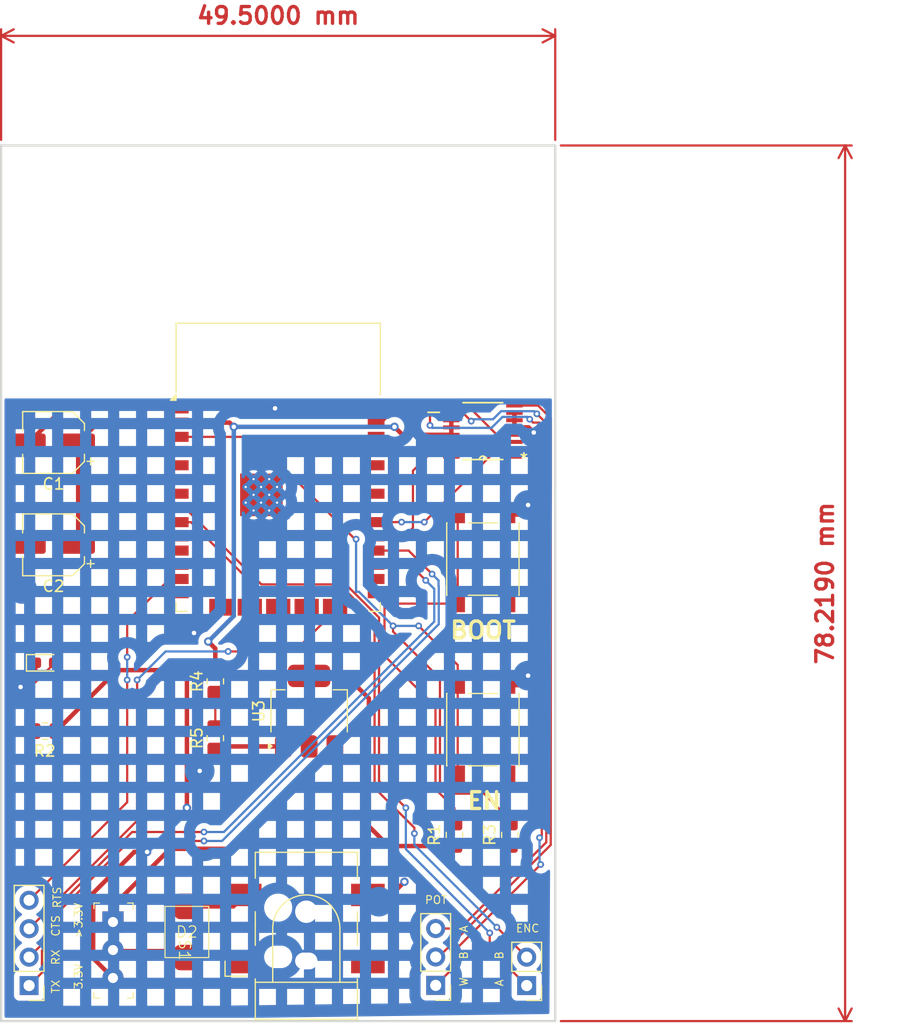
<source format=kicad_pcb>
(kicad_pcb (version 20240108) (generator "pcbnew") (generator_version "8.0")
  (layers (0 "F.Cu" signal) (31 "B.Cu" signal) (34 "B.Paste" user) (35 "F.Paste" user) (36 "B.SilkS" user "B.Silkscreen") (37 "F.SilkS" user "F.Silkscreen") (38 "B.Mask" user) (39 "F.Mask" user) (44 "Edge.Cuts" user))
  (property "project_name" "Digital Potentiometer ESP32 Module")
  (net 0 "")
  (net 1 "/3.3V")
  (net 2 "GND")
  (net 3 "Net-(D1-A)")
  (net 4 "/VIN")
  (net 5 "/RX")
  (net 6 "/CTS")
  (net 7 "/RTS")
  (net 8 "/TX")
  (net 9 "/ENC_A")
  (net 10 "/ENC_B")
  (net 11 "Net-(R4-Pad2)")
  (net 12 "/MOSI")
  (net 17 "/SCLK")
  (net 33 "/CS")
  (net 41 "/POT_WIPER")
  (net 43 "/POT_B")
  (net 44 "/POT_A")
  (net 45 "/J_POS")
  (net 46 "/BOOT")
  (net 47 "/EN")
  (net 48 "Net-(D2-K)")
  (footprint "Capacitor_SMD:CP_Elec_5x5.3" (layer "F.Cu") (at 120.9294 94.742 180)
    (property "Reference" "C2" (at 0 -3.7 0) (layer "F.SilkS"))
    (property "Value" "10uF" (hide yes))
    (pad "1" smd roundrect (at -2.2 0 180) (size 3 1.6) (layers "F.Cu" "F.Paste" "F.Mask") (roundrect_rratio 0.15625) (net 1 "/3.3V"))
    (pad "2" smd roundrect (at 2.2 0 180) (size 3 1.6) (layers "F.Cu" "F.Paste" "F.Mask") (roundrect_rratio 0.15625) (net 2 "GND"))
  )
  (footprint "Resistor_SMD:R_0805_2012Metric_Pad1.20x1.40mm_HandSolder" (layer "F.Cu") (at 135.3794 106.934 -90)
    (property "Reference" "R4" (at 0 1.6484 90) (layer "F.SilkS"))
    (property "Value" "220" (hide yes))
    (pad "1" smd roundrect (at -1 0 270) (size 1.2 1.4) (layers "F.Cu" "F.Paste" "F.Mask") (roundrect_rratio 0.208333) (net 1 "/3.3V"))
    (pad "2" smd roundrect (at 1 0 270) (size 1.2 1.4) (layers "F.Cu" "F.Paste" "F.Mask") (roundrect_rratio 0.208333) (net 11 "Net-(R4-Pad2)"))
  )
  (footprint "Connector_PinHeader_2.54mm:PinHeader_1x03_P2.54mm_Vertical" (layer "F.Cu") (at 155.067 134.097 180)
    (property "Reference" "J4" (hide yes))
    (property "Value" "Conn_01x03_Pin" (hide yes))
    (pad "1" thru_hole rect (at 0 0 180) (size 1.7 1.7) (drill 1) (layers "*.Cu" "*.Mask") (net 41 "/POT_WIPER"))
    (pad "2" thru_hole oval (at 0 2.54 180) (size 1.7 1.7) (drill 1) (layers "*.Cu" "*.Mask") (net 43 "/POT_B"))
    (pad "3" thru_hole oval (at 0 5.08 180) (size 1.7 1.7) (drill 1) (layers "*.Cu" "*.Mask") (net 44 "/POT_A"))
  )
  (footprint "Capacitor_SMD:CP_Elec_5x5.3" (layer "F.Cu") (at 120.9294 85.598 180)
    (property "Reference" "C1" (at 0 -3.7 0) (layer "F.SilkS"))
    (property "Value" "10uF" (hide yes))
    (pad "1" smd roundrect (at -2.2 0 180) (size 3 1.6) (layers "F.Cu" "F.Paste" "F.Mask") (roundrect_rratio 0.15625) (net 1 "/3.3V"))
    (pad "2" smd roundrect (at 2.2 0 180) (size 3 1.6) (layers "F.Cu" "F.Paste" "F.Mask") (roundrect_rratio 0.15625) (net 2 "GND"))
  )
  (footprint "AD5231BRUZ10:SOP65P640X120-16N" (layer "F.Cu") (at 159.2834 84.582 180)
    (property "Reference" "U2" (hide yes))
    (property "Value" "AD5231BRUZ10")
    (fp_text user "*" (at -3.6576 -2.4892 360) (layer "F.SilkS"))
    (pad "1" smd rect (at -2.8194 -2.286 180) (size 1.4732 0.3556) (layers "F.Cu" "F.Paste" "F.Mask"))
    (pad "2" smd rect (at -2.8194 -1.6256 180) (size 1.4732 0.3556) (layers "F.Cu" "F.Paste" "F.Mask") (net 17 "/SCLK"))
    (pad "3" smd rect (at -2.8194 -0.9652 180) (size 1.4732 0.3556) (layers "F.Cu" "F.Paste" "F.Mask") (net 12 "/MOSI"))
    (pad "4" smd rect (at -2.8194 -0.3302 180) (size 1.4732 0.3556) (layers "F.Cu" "F.Paste" "F.Mask"))
    (pad "5" smd rect (at -2.8194 0.3302 180) (size 1.4732 0.3556) (layers "F.Cu" "F.Paste" "F.Mask") (net 2 "GND"))
    (pad "6" smd rect (at -2.8194 0.9652 180) (size 1.4732 0.3556) (layers "F.Cu" "F.Paste" "F.Mask") (net 2 "GND"))
    (pad "7" smd rect (at -2.8194 1.6256 180) (size 1.4732 0.3556) (layers "F.Cu" "F.Paste" "F.Mask") (net 2 "GND"))
    (pad "8" smd rect (at -2.8194 2.286 180) (size 1.4732 0.3556) (layers "F.Cu" "F.Paste" "F.Mask") (net 43 "/POT_B"))
    (pad "9" smd rect (at 2.8194 2.286 180) (size 1.4732 0.3556) (layers "F.Cu" "F.Paste" "F.Mask") (net 41 "/POT_WIPER"))
    (pad "10" smd rect (at 2.8194 1.6256 180) (size 1.4732 0.3556) (layers "F.Cu" "F.Paste" "F.Mask") (net 44 "/POT_A"))
    (pad "11" smd rect (at 2.8194 0.9652 180) (size 1.4732 0.3556) (layers "F.Cu" "F.Paste" "F.Mask") (net 1 "/3.3V"))
    (pad "12" smd rect (at 2.8194 0.3302 180) (size 1.4732 0.3556) (layers "F.Cu" "F.Paste" "F.Mask") (net 1 "/3.3V"))
    (pad "13" smd rect (at 2.8194 -0.3302 180) (size 1.4732 0.3556) (layers "F.Cu" "F.Paste" "F.Mask") (net 1 "/3.3V"))
    (pad "14" smd rect (at 2.8194 -0.9652 180) (size 1.4732 0.3556) (layers "F.Cu" "F.Paste" "F.Mask") (net 33 "/CS"))
    (pad "15" smd rect (at 2.8194 -1.6256 180) (size 1.4732 0.3556) (layers "F.Cu" "F.Paste" "F.Mask"))
    (pad "16" smd rect (at 2.8194 -2.286 180) (size 1.4732 0.3556) (layers "F.Cu" "F.Paste" "F.Mask"))
  )
  (footprint "LED_SMD:LED_0603_1608Metric_Pad1.05x0.95mm_HandSolder" (layer "F.Cu") (at 120.1674 105.283)
    (property "Reference" "D1" (hide yes))
    (property "Value" "LED")
    (pad "1" smd roundrect (at -0.875 0) (size 1.05 0.95) (layers "F.Cu" "F.Paste" "F.Mask") (net 2 "GND"))
    (pad "2" smd roundrect (at 0.875 0) (size 1.05 0.95) (layers "F.Cu" "F.Paste" "F.Mask") (net 3 "Net-(D1-A)"))
  )
  (footprint "Custom:Switch_Slide_8.5x3.5mm" (layer "F.Cu") (at 126.138 130.937 -90)
    (property "Reference" "S1" (at 0 -6.5 -90) (layer "F.SilkS") (effects (font (thickness 0.1))))
    (property "Value" "Slide Switch" (hide yes))
    (pad "1" thru_hole rect (at -2.5 -0.1 270) (size 1.9 1.9) (drill 0.9) (layers "*.Cu" "*.Mask") (net 4 "/VIN"))
    (pad "2" thru_hole circle (at 0 -0.1 270) (size 1.9 1.9) (drill 0.9) (layers "*.Cu" "*.Mask") (net 48 "Net-(D2-K)"))
    (pad "3" thru_hole circle (at 2.5 -0.1 270) (size 1.9 1.9) (drill 0.9) (layers "*.Cu" "*.Mask") (net 1 "/3.3V"))
  )
  (footprint "Package_TO_SOT_SMD:SOT-223-3_TabPin2" (layer "F.Cu") (at 143.7614 109.601 90)
    (property "Reference" "U3" (at 0 -4.5 90) (layer "F.SilkS"))
    (property "Value" "LM317_SOT-223")
    (pad "1" smd roundrect (at -3.15 -2.3 90) (size 2 1.5) (layers "F.Cu" "F.Paste" "F.Mask") (net 2 "GND"))
    (pad "2" smd roundrect (at -3.15 0 90) (size 2 1.5) (layers "F.Cu" "F.Paste" "F.Mask") (net 1 "/3.3V"))
    (pad "2" smd roundrect (at 3.15 0 90) (size 2 3.8) (layers "F.Cu" "F.Paste" "F.Mask") (net 1 "/3.3V"))
    (pad "3" smd roundrect (at -3.15 2.3 90) (size 2 1.5) (layers "F.Cu" "F.Paste" "F.Mask") (net 4 "/VIN"))
  )
  (footprint "Custom:SK55-DO214AA" (layer "F.Cu") (at 132.842 129.54 90)
    (property "Reference" "D2" (at 0.215 0 0) (layer "F.SilkS") (effects (font (thickness 0.1))))
    (property "Value" "D" (hide yes))
    (pad "1" smd roundrect (at -2.07 0 90) (size 2.286 2.32) (layers "F.Cu" "F.Paste" "F.Mask") (net 48 "Net-(D2-K)"))
    (pad "2" smd roundrect (at 2.5 0 90) (size 2.286 2.32) (layers "F.Cu" "F.Paste" "F.Mask") (net 45 "/J_POS"))
  )
  (footprint "Resistor_SMD:R_0805_2012Metric_Pad1.20x1.40mm_HandSolder" (layer "F.Cu") (at 120.1674 111.379 180)
    (property "Reference" "R2" (at 0.0254 -1.778 0) (layer "F.SilkS"))
    (property "Value" "360" (hide yes))
    (pad "1" smd roundrect (at -1 0 180) (size 1.2 1.4) (layers "F.Cu" "F.Paste" "F.Mask") (roundrect_rratio 0.208333) (net 1 "/3.3V"))
    (pad "2" smd roundrect (at 1 0 180) (size 1.2 1.4) (layers "F.Cu" "F.Paste" "F.Mask") (roundrect_rratio 0.208333) (net 3 "Net-(D1-A)"))
  )
  (footprint "Connector_PinHeader_2.54mm:PinHeader_1x04_P2.54mm_Vertical" (layer "F.Cu") (at 118.745 134.112 180)
    (property "Reference" "J2" (hide yes))
    (property "Value" "Conn_01x04_Pin" (hide yes))
    (pad "1" thru_hole rect (at 0 0 180) (size 1.7 1.7) (drill 1) (layers "*.Cu" "*.Mask") (net 8 "/TX"))
    (pad "2" thru_hole oval (at 0 2.54 180) (size 1.7 1.7) (drill 1) (layers "*.Cu" "*.Mask") (net 5 "/RX"))
    (pad "3" thru_hole oval (at 0 5.08 180) (size 1.7 1.7) (drill 1) (layers "*.Cu" "*.Mask") (net 6 "/CTS"))
    (pad "4" thru_hole oval (at 0 7.62 180) (size 1.7 1.7) (drill 1) (layers "*.Cu" "*.Mask") (net 7 "/RTS"))
  )
  (footprint "Resistor_SMD:R_0805_2012Metric_Pad1.20x1.40mm_HandSolder" (layer "F.Cu") (at 156.7434 120.65 -90)
    (property "Reference" "R1" (at 0 1.8034 90) (layer "F.SilkS"))
    (property "Value" "10K" (hide yes))
    (pad "1" smd roundrect (at -1 0 270) (size 1.2 1.4) (layers "F.Cu" "F.Paste" "F.Mask") (roundrect_rratio 0.208333) (net 46 "/BOOT"))
    (pad "2" smd roundrect (at 1 0 270) (size 1.2 1.4) (layers "F.Cu" "F.Paste" "F.Mask") (roundrect_rratio 0.208333) (net 1 "/3.3V"))
  )
  (footprint "RF_Module:ESP32-WROOM-32D" (layer "F.Cu") (at 140.9954 90.805)
    (property "Reference" "U1" (hide yes))
    (property "Value" "ESP32-WROOM-32E")
    (pad "1" smd rect (at -8.75 -8.25) (size 1.5 0.9) (layers "F.Cu" "F.Paste" "F.Mask") (net 2 "GND"))
    (pad "2" smd rect (at -8.75 -6.98) (size 1.5 0.9) (layers "F.Cu" "F.Paste" "F.Mask") (net 1 "/3.3V"))
    (pad "3" smd rect (at -8.75 -5.71) (size 1.5 0.9) (layers "F.Cu" "F.Paste" "F.Mask") (net 47 "/EN"))
    (pad "4" smd rect (at -8.75 -4.44) (size 1.5 0.9) (layers "F.Cu" "F.Paste" "F.Mask"))
    (pad "5" smd rect (at -8.75 -3.17) (size 1.5 0.9) (layers "F.Cu" "F.Paste" "F.Mask"))
    (pad "6" smd rect (at -8.75 -1.9) (size 1.5 0.9) (layers "F.Cu" "F.Paste" "F.Mask"))
    (pad "7" smd rect (at -8.75 -0.63) (size 1.5 0.9) (layers "F.Cu" "F.Paste" "F.Mask"))
    (pad "8" smd rect (at -8.75 0.64) (size 1.5 0.9) (layers "F.Cu" "F.Paste" "F.Mask") (net 9 "/ENC_A"))
    (pad "9" smd rect (at -8.75 1.91) (size 1.5 0.9) (layers "F.Cu" "F.Paste" "F.Mask") (net 10 "/ENC_B"))
    (pad "10" smd rect (at -8.75 3.18) (size 1.5 0.9) (layers "F.Cu" "F.Paste" "F.Mask"))
    (pad "11" smd rect (at -8.75 4.45) (size 1.5 0.9) (layers "F.Cu" "F.Paste" "F.Mask"))
    (pad "12" smd rect (at -8.75 5.72) (size 1.5 0.9) (layers "F.Cu" "F.Paste" "F.Mask"))
    (pad "13" smd rect (at -8.75 6.99) (size 1.5 0.9) (layers "F.Cu" "F.Paste" "F.Mask") (net 7 "/RTS"))
    (pad "14" smd rect (at -8.75 8.26) (size 1.5 0.9) (layers "F.Cu" "F.Paste" "F.Mask"))
    (pad "15" smd rect (at -5.71 9.51 90) (size 1.5 0.9) (layers "F.Cu" "F.Paste" "F.Mask") (net 2 "GND"))
    (pad "16" smd rect (at -4.44 9.51 90) (size 1.5 0.9) (layers "F.Cu" "F.Paste" "F.Mask"))
    (pad "17" smd rect (at -3.17 9.51 90) (size 1.5 0.9) (layers "F.Cu" "F.Paste" "F.Mask"))
    (pad "18" smd rect (at -1.9 9.51 90) (size 1.5 0.9) (layers "F.Cu" "F.Paste" "F.Mask"))
    (pad "19" smd rect (at -0.63 9.51 90) (size 1.5 0.9) (layers "F.Cu" "F.Paste" "F.Mask"))
    (pad "20" smd rect (at 0.64 9.51 90) (size 1.5 0.9) (layers "F.Cu" "F.Paste" "F.Mask"))
    (pad "21" smd rect (at 1.91 9.51 90) (size 1.5 0.9) (layers "F.Cu" "F.Paste" "F.Mask"))
    (pad "22" smd rect (at 3.18 9.51 90) (size 1.5 0.9) (layers "F.Cu" "F.Paste" "F.Mask"))
    (pad "23" smd rect (at 4.45 9.51 90) (size 1.5 0.9) (layers "F.Cu" "F.Paste" "F.Mask") (net 6 "/CTS"))
    (pad "24" smd rect (at 5.72 9.51 90) (size 1.5 0.9) (layers "F.Cu" "F.Paste" "F.Mask"))
    (pad "25" smd rect (at 8.75 8.26) (size 1.5 0.9) (layers "F.Cu" "F.Paste" "F.Mask") (net 46 "/BOOT"))
    (pad "26" smd rect (at 8.75 6.99) (size 1.5 0.9) (layers "F.Cu" "F.Paste" "F.Mask"))
    (pad "27" smd rect (at 8.75 5.72) (size 1.5 0.9) (layers "F.Cu" "F.Paste" "F.Mask") (net 5 "/RX"))
    (pad "28" smd rect (at 8.75 4.45) (size 1.5 0.9) (layers "F.Cu" "F.Paste" "F.Mask") (net 8 "/TX"))
    (pad "29" smd rect (at 8.75 3.18) (size 1.5 0.9) (layers "F.Cu" "F.Paste" "F.Mask") (net 33 "/CS"))
    (pad "30" smd rect (at 8.75 1.91) (size 1.5 0.9) (layers "F.Cu" "F.Paste" "F.Mask") (net 17 "/SCLK"))
    (pad "31" smd rect (at 8.75 0.64) (size 1.5 0.9) (layers "F.Cu" "F.Paste" "F.Mask"))
    (pad "32" smd rect (at 8.75 -0.63) (size 1.5 0.9) (layers "F.Cu" "F.Paste" "F.Mask"))
    (pad "33" smd rect (at 8.75 -1.9) (size 1.5 0.9) (layers "F.Cu" "F.Paste" "F.Mask"))
    (pad "34" smd rect (at 8.75 -3.17) (size 1.5 0.9) (layers "F.Cu" "F.Paste" "F.Mask"))
    (pad "35" smd rect (at 8.75 -4.44) (size 1.5 0.9) (layers "F.Cu" "F.Paste" "F.Mask"))
    (pad "36" smd rect (at 8.75 -5.71) (size 1.5 0.9) (layers "F.Cu" "F.Paste" "F.Mask"))
    (pad "37" smd rect (at 8.75 -6.98) (size 1.5 0.9) (layers "F.Cu" "F.Paste" "F.Mask") (net 12 "/MOSI"))
    (pad "38" smd rect (at 8.75 -8.25) (size 1.5 0.9) (layers "F.Cu" "F.Paste" "F.Mask") (net 2 "GND"))
    (pad "39" smd rect (at -2.9 -1.93) (size 0.9 0.9) (layers "F.Cu" "F.Paste") (net 2 "GND"))
    (pad "39" thru_hole circle (at -2.9 -1.23) (size 0.6 0.6) (drill 0.2) (property pad_prop_heatsink) (layers "*.Cu" "F.Mask") (net 2 "GND"))
    (pad "39" smd rect (at -2.9 -0.53) (size 0.9 0.9) (layers "F.Cu" "F.Paste") (net 2 "GND"))
    (pad "39" thru_hole circle (at -2.9 0.17) (size 0.6 0.6) (drill 0.2) (property pad_prop_heatsink) (layers "*.Cu" "F.Mask") (net 2 "GND"))
    (pad "39" smd rect (at -2.9 0.87) (size 0.9 0.9) (layers "F.Cu" "F.Paste") (net 2 "GND"))
    (pad "39" thru_hole circle (at -2.2 -1.93) (size 0.6 0.6) (drill 0.2) (property pad_prop_heatsink) (layers "*.Cu" "F.Mask") (net 2 "GND"))
    (pad "39" thru_hole circle (at -2.2 -0.53) (size 0.6 0.6) (drill 0.2) (property pad_prop_heatsink) (layers "*.Cu" "F.Mask") (net 2 "GND"))
    (pad "39" thru_hole circle (at -2.2 0.87) (size 0.6 0.6) (drill 0.2) (property pad_prop_heatsink) (layers "*.Cu" "F.Mask") (net 2 "GND"))
    (pad "39" thru_hole circle (at -1.525 -1.23) (size 0.6 0.6) (drill 0.2) (property pad_prop_heatsink) (layers "*.Cu" "F.Mask") (net 2 "GND"))
    (pad "39" thru_hole circle (at -1.525 0.17) (size 0.6 0.6) (drill 0.2) (property pad_prop_heatsink) (layers "*.Cu" "F.Mask") (net 2 "GND"))
    (pad "39" smd rect (at -1.5 -1.93) (size 0.9 0.9) (layers "F.Cu" "F.Paste") (net 2 "GND"))
    (pad "39" smd rect (at -1.5 -0.53) (size 0.9 0.9) (layers "F.Cu" "F.Paste") (net 2 "GND"))
    (pad "39" smd rect (at -1.5 -0.53) (size 3.8 3.8) (layers "F.Cu" "F.Mask") (net 2 "GND"))
    (pad "39" smd rect (at -1.5 0.87) (size 0.9 0.9) (layers "F.Cu" "F.Paste") (net 2 "GND"))
    (pad "39" thru_hole circle (at -0.8 -1.93) (size 0.6 0.6) (drill 0.2) (property pad_prop_heatsink) (layers "*.Cu" "F.Mask") (net 2 "GND"))
    (pad "39" thru_hole circle (at -0.8 -0.53) (size 0.6 0.6) (drill 0.2) (property pad_prop_heatsink) (layers "*.Cu" "F.Mask") (net 2 "GND"))
    (pad "39" thru_hole circle (at -0.8 0.87) (size 0.6 0.6) (drill 0.2) (property pad_prop_heatsink) (layers "*.Cu" "F.Mask") (net 2 "GND"))
    (pad "39" smd rect (at -0.1 -1.93) (size 0.9 0.9) (layers "F.Cu" "F.Paste") (net 2 "GND"))
    (pad "39" thru_hole circle (at -0.1 -1.23) (size 0.6 0.6) (drill 0.2) (property pad_prop_heatsink) (layers "*.Cu" "F.Mask") (net 2 "GND"))
    (pad "39" smd rect (at -0.1 -0.53) (size 0.9 0.9) (layers "F.Cu" "F.Paste") (net 2 "GND"))
    (pad "39" thru_hole circle (at -0.1 0.17) (size 0.6 0.6) (drill 0.2) (property pad_prop_heatsink) (layers "*.Cu" "F.Mask") (net 2 "GND"))
    (pad "39" smd rect (at -0.1 0.87) (size 0.9 0.9) (layers "F.Cu" "F.Paste") (net 2 "GND"))
    (zone (net 0) (net_name "") (layers "*.Cu") (connect_pads (clearance 0)) (min_thickness 0.254)
      (keepout (tracks not_allowed) (vias not_allowed) (pads not_allowed) (copperpour not_allowed) (footprints not_allowed))
      (fill (thermal_gap 0.508) (thermal_bridge_width 0.508))
      (polygon (pts (xy 116.9954 81.255) (xy 164.9954 81.255) (xy 164.9954 60.065) (xy 116.9954 60.065)))
    )
  )
  (footprint "Button_Switch_SMD:SW_SPST_PTS645" (layer "F.Cu") (at 159.2834 96.012 -90)
    (property "Reference" "SW2" (hide yes))
    (property "Value" "SW_SPST" (hide yes))
    (pad "1" smd rect (at -3.98 -2.25 270) (size 1.55 1.3) (layers "F.Cu" "F.Paste" "F.Mask") (net 2 "GND"))
    (pad "1" smd rect (at 3.98 -2.25 270) (size 1.55 1.3) (layers "F.Cu" "F.Paste" "F.Mask") (net 2 "GND"))
    (pad "2" smd rect (at -3.98 2.25 270) (size 1.55 1.3) (layers "F.Cu" "F.Paste" "F.Mask") (net 46 "/BOOT"))
    (pad "2" smd rect (at 3.98 2.25 270) (size 1.55 1.3) (layers "F.Cu" "F.Paste" "F.Mask") (net 46 "/BOOT"))
  )
  (footprint "Connector_PinHeader_2.54mm:PinHeader_1x02_P2.54mm_Vertical" (layer "F.Cu") (at 163.195 134.112 180)
    (property "Reference" "J3" (hide yes))
    (property "Value" "Conn_01x02_Pin" (hide yes))
    (pad "1" thru_hole rect (at 0 0 180) (size 1.7 1.7) (drill 1) (layers "*.Cu" "*.Mask") (net 9 "/ENC_A"))
    (pad "2" thru_hole oval (at 0 2.54 180) (size 1.7 1.7) (drill 1) (layers "*.Cu" "*.Mask") (net 10 "/ENC_B"))
  )
  (footprint "Button_Switch_SMD:SW_SPST_PTS645" (layer "F.Cu") (at 159.2834 111.252 90)
    (property "Reference" "SW1" (hide yes))
    (property "Value" "SW_SPST" (hide yes))
    (pad "1" smd rect (at -3.98 -2.25 90) (size 1.55 1.3) (layers "F.Cu" "F.Paste" "F.Mask") (net 47 "/EN"))
    (pad "1" smd rect (at 3.98 -2.25 90) (size 1.55 1.3) (layers "F.Cu" "F.Paste" "F.Mask") (net 47 "/EN"))
    (pad "2" smd rect (at -3.98 2.25 90) (size 1.55 1.3) (layers "F.Cu" "F.Paste" "F.Mask") (net 2 "GND"))
    (pad "2" smd rect (at 3.98 2.25 90) (size 1.55 1.3) (layers "F.Cu" "F.Paste" "F.Mask") (net 2 "GND"))
  )
  (footprint "Connector_BarrelJack:BarrelJack_CLIFF_FC681465S_SMT_Horizontal" (layer "F.Cu") (at 143.51 129.017 90)
    (property "Reference" "J1" (hide yes))
    (property "Value" "Barrel_Jack (>5V)" (hide yes))
    (pad "" np_thru_hole oval (at -2.9 0 180) (size 2 1.5) (drill oval 2 1.5) (layers "*.Cu" "*.Mask"))
    (pad "" np_thru_hole circle (at 1.5 0 180) (size 2 2) (drill 2) (layers "*.Cu" "*.Mask"))
    (pad "1" smd rect (at -3 -5.5 180) (size 3 2) (layers "F.Cu" "F.Paste" "F.Mask") (net 45 "/J_POS"))
    (pad "1" smd rect (at 3 -5.5 180) (size 3 2) (layers "F.Cu" "F.Paste" "F.Mask") (net 45 "/J_POS"))
    (pad "2" smd rect (at 3 5.5 180) (size 3 2) (layers "F.Cu" "F.Paste" "F.Mask") (net 2 "GND"))
    (pad "3" smd rect (at -3 5.5 180) (size 3 2) (layers "F.Cu" "F.Paste" "F.Mask"))
  )
  (footprint "Resistor_SMD:R_0805_2012Metric_Pad1.20x1.40mm_HandSolder" (layer "F.Cu") (at 161.6964 120.65 90)
    (property "Reference" "R3" (at 0 -1.8034 90) (layer "F.SilkS"))
    (property "Value" "10K" (hide yes))
    (pad "1" smd roundrect (at -1 0 90) (size 1.2 1.4) (layers "F.Cu" "F.Paste" "F.Mask") (roundrect_rratio 0.208333) (net 1 "/3.3V"))
    (pad "2" smd roundrect (at 1 0 90) (size 1.2 1.4) (layers "F.Cu" "F.Paste" "F.Mask") (roundrect_rratio 0.208333) (net 47 "/EN"))
  )
  (footprint "Resistor_SMD:R_0805_2012Metric_Pad1.20x1.40mm_HandSolder" (layer "F.Cu") (at 135.3794 112.014 90)
    (property "Reference" "R5" (at 0 -1.65 90) (layer "F.SilkS"))
    (property "Value" "360" (hide yes))
    (pad "1" smd roundrect (at -1 0 90) (size 1.2 1.4) (layers "F.Cu" "F.Paste" "F.Mask") (roundrect_rratio 0.208333) (net 2 "GND"))
    (pad "2" smd roundrect (at 1 0 90) (size 1.2 1.4) (layers "F.Cu" "F.Paste" "F.Mask") (roundrect_rratio 0.208333) (net 11 "Net-(R4-Pad2)"))
  )
  (gr_rect (start 116.2454 59.068) (end 165.7454 137.287) (stroke (width 0.2)) (fill none) (layer "Edge.Cuts"))
  (gr_text "RX" (at 121.539 132.334 90) (layer "F.SilkS") (effects (font (size 0.7 0.7) (thickness 0.1)) (justify left bottom)))
  (gr_text "A" (at 157.988 129.413 90) (layer "F.SilkS") (effects (font (size 0.7 0.7) (thickness 0.1)) (justify left bottom)))
  (gr_text "EN" (at 157.734 118.491 0) (layer "F.SilkS") (effects (font (size 1.5 1.5) (thickness 0.3) (bold yes)) (justify left bottom)))
  (gr_text "POT" (at 154.051 126.873 0) (layer "F.SilkS") (effects (font (size 0.7 0.7) (thickness 0.1)) (justify left bottom)))
  (gr_text "B" (at 161.163 131.826 90) (layer "F.SilkS") (effects (font (size 0.7 0.7) (thickness 0.1)) (justify left bottom)))
  (gr_text ">3.3V" (at 123.571 129.921 90) (layer "F.SilkS") (effects (font (size 0.7 0.7) (thickness 0.1)) (justify left bottom)))
  (gr_text "RTS" (at 121.666 127.254 90) (layer "F.SilkS") (effects (font (size 0.7 0.7) (thickness 0.1)) (justify left bottom)))
  (gr_text "W" (at 157.988 134.239 90) (layer "F.SilkS") (effects (font (size 0.7 0.7) (thickness 0.1)) (justify left bottom)))
  (gr_text "3.3V" (at 123.571 134.493 90) (layer "F.SilkS") (effects (font (size 0.7 0.7) (thickness 0.1)) (justify left bottom)))
  (gr_text "A" (at 161.163 134.239 90) (layer "F.SilkS") (effects (font (size 0.7 0.7) (thickness 0.1)) (justify left bottom)))
  (gr_text "ENC" (at 162.179 129.413 0) (layer "F.SilkS") (effects (font (size 0.7 0.7) (thickness 0.1)) (justify left bottom)))
  (gr_text "TX" (at 121.539 134.874 90) (layer "F.SilkS") (effects (font (size 0.7 0.7) (thickness 0.1)) (justify left bottom)))
  (gr_text "BOOT" (at 156.21 103.251 0) (layer "F.SilkS") (effects (font (size 1.5 1.5) (thickness 0.3) (bold yes)) (justify left bottom)))
  (gr_text "B" (at 157.988 131.826 90) (layer "F.SilkS") (effects (font (size 0.7 0.7) (thickness 0.1)) (justify left bottom)))
  (gr_text "CTS" (at 121.539 129.794 90) (layer "F.SilkS") (effects (font (size 0.7 0.7) (thickness 0.1)) (justify left bottom)))
  (dimension (type aligned) (layer "F.Cu") (pts (xy 165.7454 59.068) (xy 165.7454 137.287)) (height -25.8976) (gr_text "78,2190 mm" (at 189.843 98.1775 90) (layer "F.Cu") (effects (font (size 1.5 1.5) (thickness 0.3)))) (format (prefix "") (suffix "") (units 3) (units_format 1) (precision 4)) (style (thickness 0.2) (arrow_length 1.27) (text_position_mode 0) (extension_height 0.58642) (extension_offset 0.5) keep_text_aligned))
  (dimension (type aligned) (layer "F.Cu") (pts (xy 116.2454 59.068) (xy 165.7454 59.068)) (height -9.792) (gr_text "49,5000 mm" (at 140.9954 47.476 0) (layer "F.Cu") (effects (font (size 1.5 1.5) (thickness 0.3)))) (format (prefix "") (suffix "") (units 3) (units_format 1) (precision 4)) (style (thickness 0.2) (arrow_length 1.27) (text_position_mode 0) (extension_height 0.58642) (extension_offset 0.5) keep_text_aligned))
  (segment (start 137.379294 116.967) (end 137.859847 116.486447) (width 0.2) (layer "F.Cu") (net 0))
  (segment (start 143.7614 106.451) (end 143.7614 112.751) (width 0.4) (layer "F.Cu") (net 1))
  (segment (start 128.143 122.174) (end 128.905 122.174) (width 0.4) (layer "F.Cu") (net 1))
  (segment (start 137.033 84.201) (end 136.657 83.825) (width 0.4) (layer "F.Cu") (net 1))
  (segment (start 123.1294 85.598) (end 124.9024 83.825) (width 0.4) (layer "F.Cu") (net 1))
  (segment (start 126.6124 105.934) (end 121.1674 111.379) (width 0.4) (layer "F.Cu") (net 1))
  (segment (start 147.091 106.451) (end 149.098 108.458) (width 0.4) (layer "F.Cu") (net 1))
  (segment (start 156.464 84.9122) (end 152.0952 84.9122) (width 0.4) (layer "F.Cu") (net 1))
  (segment (start 135.3794 104.0104) (end 134.747 103.378) (width 0.4) (layer "F.Cu") (net 1))
  (segment (start 124.468 125.849) (end 124.468 131.667) (width 0.4) (layer "F.Cu") (net 1))
  (segment (start 136.657 83.825) (end 132.2454 83.825) (width 0.4) (layer "F.Cu") (net 1))
  (segment (start 124.468 131.667) (end 126.238 133.437) (width 0.4) (layer "F.Cu") (net 1))
  (segment (start 128.143 122.174) (end 124.468 125.849) (width 0.4) (layer "F.Cu") (net 1))
  (segment (start 124.9024 83.825) (end 132.2454 83.825) (width 0.4) (layer "F.Cu") (net 1))
  (segment (start 143.7614 106.451) (end 135.8964 106.451) (width 0.4) (layer "F.Cu") (net 1))
  (segment (start 156.7434 121.65) (end 161.6964 121.65) (width 0.4) (layer "F.Cu") (net 1))
  (segment (start 123.1294 85.598) (end 123.1294 94.742) (width 0.4) (layer "F.Cu") (net 1))
  (segment (start 135.3794 105.934) (end 132.842 105.934) (width 0.4) (layer "F.Cu") (net 1))
  (segment (start 135.3794 105.934) (end 135.3794 104.0104) (width 0.4) (layer "F.Cu") (net 1))
  (segment (start 149.098 108.458) (end 149.098 119.888) (width 0.4) (layer "F.Cu") (net 1))
  (segment (start 150.86 121.65) (end 156.7434 121.65) (width 0.4) (layer "F.Cu") (net 1))
  (segment (start 156.464 84.2518) (end 156.464 84.9122) (width 0.4) (layer "F.Cu") (net 1))
  (segment (start 132.842 105.934) (end 126.6124 105.934) (width 0.4) (layer "F.Cu") (net 1))
  (segment (start 128.905 122.174) (end 129.286 122.174) (width 0.4) (layer "F.Cu") (net 1))
  (segment (start 149.098 119.888) (end 150.86 121.65) (width 0.4) (layer "F.Cu") (net 1))
  (segment (start 132.842 118.237) (end 132.842 105.934) (width 0.4) (layer "F.Cu") (net 1))
  (segment (start 156.464 83.6168) (end 156.464 84.2518) (width 0.4) (layer "F.Cu") (net 1))
  (segment (start 152.0952 84.9122) (end 151.384 84.201) (width 0.4) (layer "F.Cu") (net 1))
  (segment (start 143.7614 106.451) (end 147.091 106.451) (width 0.4) (layer "F.Cu") (net 1))
  (segment (start 135.8964 106.451) (end 135.3794 105.934) (width 0.4) (layer "F.Cu") (net 1))
  (via (at 129.286 122.174) (size 0.75) (drill 0.4) (layers "F.Cu" "B.Cu") (net 1))
  (via (at 151.384 84.201) (size 0.75) (drill 0.4) (layers "F.Cu" "B.Cu") (net 1))
  (via (at 134.747 103.378) (size 0.75) (drill 0.4) (layers "F.Cu" "B.Cu") (net 1))
  (via (at 137.033 84.201) (size 0.75) (drill 0.4) (layers "F.Cu" "B.Cu") (net 1))
  (via (at 132.842 118.237) (size 0.75) (drill 0.4) (layers "F.Cu" "B.Cu") (net 1))
  (segment (start 151.384 84.201) (end 137.033 84.201) (width 0.4) (layer "B.Cu") (net 1))
  (segment (start 134.747 103.378) (end 137.033 101.092) (width 0.4) (layer "B.Cu") (net 1))
  (segment (start 132.842 118.618) (end 129.286 122.174) (width 0.4) (layer "B.Cu") (net 1))
  (segment (start 137.033 101.092) (end 137.033 84.201) (width 0.4) (layer "B.Cu") (net 1))
  (segment (start 132.842 118.237) (end 132.842 118.618) (width 0.4) (layer "B.Cu") (net 1))
  (segment (start 132.2454 82.555) (end 140.711 82.555) (width 0.4) (layer "F.Cu") (net 2))
  (segment (start 135.2854 100.8076) (end 133.477 102.616) (width 0.4) (layer "F.Cu") (net 2))
  (segment (start 163.322 106.426) (end 162.476 107.272) (width 0.4) (layer "F.Cu") (net 2))
  (segment (start 118.7294 85.598) (end 118.7294 94.742) (width 0.4) (layer "F.Cu") (net 2))
  (segment (start 149.01 126.017) (end 151.097 126.017) (width 0.4) (layer "F.Cu") (net 2))
  (segment (start 140.721 82.555) (end 149.7454 82.555) (width 0.4) (layer "F.Cu") (net 2))
  (segment (start 162.476 107.272) (end 161.5334 107.272) (width 0.4) (layer "F.Cu") (net 2))
  (segment (start 162.1028 83.6168) (end 162.1028 84.2518) (width 0.4) (layer "F.Cu") (net 2))
  (segment (start 163.3728 84.2518) (end 162.1028 84.2518) (width 0.4) (layer "F.Cu") (net 2))
  (segment (start 140.711 82.555) (end 140.716 82.55) (width 0.4) (layer "F.Cu") (net 2))
  (segment (start 135.3794 113.014) (end 135.3794 113.5406) (width 0.4) (layer "F.Cu") (net 2))
  (segment (start 163.83 84.709) (end 163.3728 84.2518) (width 0.4) (layer "F.Cu") (net 2))
  (segment (start 119.2924 106.1326) (end 117.983 107.442) (width 0.4) (layer "F.Cu") (net 2))
  (segment (start 162.1028 82.9564) (end 162.1028 83.6168) (width 0.4) (layer "F.Cu") (net 2))
  (segment (start 162.476 92.032) (end 161.5334 92.032) (width 0.4) (layer "F.Cu") (net 2))
  (segment (start 118.7294 85.598) (end 121.7724 82.555) (width 0.4) (layer "F.Cu") (net 2))
  (segment (start 151.097 126.017) (end 152.273 124.841) (width 0.4) (layer "F.Cu") (net 2))
  (segment (start 135.3794 113.5406) (end 133.985 114.935) (width 0.4) (layer "F.Cu") (net 2))
  (segment (start 161.5334 99.992) (end 161.5334 92.032) (width 0.4) (layer "F.Cu") (net 2))
  (segment (start 140.716 82.55) (end 140.721 82.555) (width 0.4) (layer "F.Cu") (net 2))
  (segment (start 141.4614 112.751) (end 135.6424 112.751) (width 0.4) (layer "F.Cu") (net 2))
  (segment (start 119.2924 105.283) (end 119.2924 106.1326) (width 0.4) (layer "F.Cu") (net 2))
  (segment (start 161.5334 115.232) (end 161.5334 107.272) (width 0.4) (layer "F.Cu") (net 2))
  (segment (start 163.322 91.186) (end 162.476 92.032) (width 0.4) (layer "F.Cu") (net 2))
  (segment (start 149.019 125.651) (end 149.987 126.619) (width 0.4) (layer "F.Cu") (net 2))
  (segment (start 135.2854 100.315) (end 135.2854 100.8076) (width 0.4) (layer "F.Cu") (net 2))
  (segment (start 135.6424 112.751) (end 135.3794 113.014) (width 0.4) (layer "F.Cu") (net 2))
  (segment (start 121.7724 82.555) (end 132.2454 82.555) (width 0.4) (layer "F.Cu") (net 2))
  (via (at 117.983 107.442) (size 0.75) (drill 0.4) (layers "F.Cu" "B.Cu") (net 2))
  (via (at 133.985 114.935) (size 0.75) (drill 0.4) (layers "F.Cu" "B.Cu") (net 2))
  (via (at 133.477 102.616) (size 0.75) (drill 0.4) (layers "F.Cu" "B.Cu") (net 2))
  (via (at 140.716 82.55) (size 0.75) (drill 0.4) (layers "F.Cu" "B.Cu") (net 2))
  (via (at 163.322 91.186) (size 0.75) (drill 0.4) (layers "F.Cu" "B.Cu") (net 2))
  (via (at 163.83 84.709) (size 0.75) (drill 0.4) (layers "F.Cu" "B.Cu") (net 2))
  (via (at 152.273 124.841) (size 0.75) (drill 0.4) (layers "F.Cu" "B.Cu") (net 2))
  (via (at 163.322 106.426) (size 0.75) (drill 0.4) (layers "F.Cu" "B.Cu") (net 2))
  (segment (start 119.1674 107.158) (end 121.0424 105.283) (width 0.2) (layer "F.Cu") (net 3))
  (segment (start 119.1674 111.379) (end 119.1674 107.158) (width 0.2) (layer "F.Cu") (net 3))
  (segment (start 126.238 127) (end 131.341997 121.896003) (width 0.4) (layer "F.Cu") (net 4))
  (segment (start 131.341997 121.896003) (end 136.916397 121.896003) (width 0.4) (layer "F.Cu") (net 4))
  (segment (start 126.238 128.437) (end 126.238 127) (width 0.4) (layer "F.Cu") (net 4))
  (segment (start 146.0614 113.562) (end 146.0614 112.751) (width 0.4) (layer "F.Cu") (net 4))
  (segment (start 136.916397 121.896003) (end 146.0614 112.751) (width 0.4) (layer "F.Cu") (net 4))
  (segment (start 120.396 129.921) (end 120.396 127.946686) (width 0.2) (layer "F.Cu") (net 5))
  (segment (start 154.178 97.917) (end 152.786 96.525) (width 0.2) (layer "F.Cu") (net 5))
  (segment (start 127.946686 120.396) (end 134.366 120.396) (width 0.2) (layer "F.Cu") (net 5))
  (segment (start 120.396 127.946686) (end 127.946686 120.396) (width 0.2) (layer "F.Cu") (net 5))
  (segment (start 152.786 96.525) (end 149.7454 96.525) (width 0.2) (layer "F.Cu") (net 5))
  (segment (start 118.745 131.572) (end 120.396 129.921) (width 0.2) (layer "F.Cu") (net 5))
  (via (at 154.178 97.917) (size 0.6) (drill 0.3) (layers "F.Cu" "B.Cu") (net 5))
  (via (at 134.366 120.396) (size 0.6) (drill 0.3) (layers "F.Cu" "B.Cu") (net 5))
  (segment (start 154.94 101.6) (end 154.94 98.679) (width 0.2) (layer "B.Cu") (net 5))
  (segment (start 134.366 120.396) (end 136.144 120.396) (width 0.2) (layer "B.Cu") (net 5))
  (segment (start 154.94 98.679) (end 154.178 97.917) (width 0.2) (layer "B.Cu") (net 5))
  (segment (start 136.144 120.396) (end 154.94 101.6) (width 0.2) (layer "B.Cu") (net 5))
  (segment (start 128.397 119.38) (end 128.397 106.807) (width 0.2) (layer "F.Cu") (net 6))
  (segment (start 136.525 104.267) (end 142.4434 104.267) (width 0.2) (layer "F.Cu") (net 6))
  (segment (start 145.4454 101.265) (end 145.4454 100.315) (width 0.2) (layer "F.Cu") (net 6))
  (segment (start 118.745 129.032) (end 128.397 119.38) (width 0.2) (layer "F.Cu") (net 6))
  (segment (start 142.4434 104.267) (end 145.4454 101.265) (width 0.2) (layer "F.Cu") (net 6))
  (via (at 128.397 106.807) (size 0.6) (drill 0.3) (layers "F.Cu" "B.Cu") (net 6))
  (via (at 136.525 104.267) (size 0.6) (drill 0.3) (layers "F.Cu" "B.Cu") (net 6))
  (segment (start 128.397 106.807) (end 130.937 104.267) (width 0.2) (layer "B.Cu") (net 6))
  (segment (start 130.937 104.267) (end 136.525 104.267) (width 0.2) (layer "B.Cu") (net 6))
  (segment (start 131.2954 97.795) (end 132.2454 97.795) (width 0.2) (layer "F.Cu") (net 7))
  (segment (start 127.508 101.5824) (end 131.2954 97.795) (width 0.2) (layer "F.Cu") (net 7))
  (segment (start 127.508 104.775) (end 127.508 101.5824) (width 0.2) (layer "F.Cu") (net 7))
  (segment (start 127.508 117.729) (end 127.508 106.807) (width 0.2) (layer "F.Cu") (net 7))
  (segment (start 118.745 126.492) (end 127.508 117.729) (width 0.2) (layer "F.Cu") (net 7))
  (via (at 127.508 104.775) (size 0.6) (drill 0.3) (layers "F.Cu" "B.Cu") (net 7))
  (via (at 127.508 106.807) (size 0.6) (drill 0.3) (layers "F.Cu" "B.Cu") (net 7))
  (segment (start 127.508 106.807) (end 127.508 104.775) (width 0.2) (layer "B.Cu") (net 7))
  (segment (start 119.888 130.994686) (end 120.796 130.086686) (width 0.2) (layer "F.Cu") (net 8))
  (segment (start 154.743687 97.351313) (end 152.647374 95.255) (width 0.2) (layer "F.Cu") (net 8))
  (segment (start 130.302 121.158) (end 130.340003 121.196003) (width 0.2) (layer "F.Cu") (net 8))
  (segment (start 119.888 131.04167) (end 119.888 130.994686) (width 0.2) (layer "F.Cu") (net 8))
  (segment (start 119.895 131.04867) (end 119.888 131.04167) (width 0.2) (layer "F.Cu") (net 8))
  (segment (start 127.750372 121.158) (end 130.302 121.158) (width 0.2) (layer "F.Cu") (net 8))
  (segment (start 119.895 132.048346) (end 119.895 131.04867) (width 0.2) (layer "F.Cu") (net 8))
  (segment (start 152.647374 95.255) (end 149.7454 95.255) (width 0.2) (layer "F.Cu") (net 8))
  (segment (start 119.888 132.969) (end 119.888 132.055346) (width 0.2) (layer "F.Cu") (net 8))
  (segment (start 119.888 132.055346) (end 119.895 132.048346) (width 0.2) (layer "F.Cu") (net 8))
  (segment (start 118.745 134.112) (end 119.888 132.969) (width 0.2) (layer "F.Cu") (net 8))
  (segment (start 120.796 128.112372) (end 127.750372 121.158) (width 0.2) (layer "F.Cu") (net 8))
  (segment (start 130.340003 121.196003) (end 134.366 121.196003) (width 0.2) (layer "F.Cu") (net 8))
  (segment (start 120.796 130.086686) (end 120.796 128.112372) (width 0.2) (layer "F.Cu") (net 8))
  (via (at 134.366 121.196003) (size 0.6) (drill 0.3) (layers "F.Cu" "B.Cu") (net 8))
  (via (at 154.743687 97.351313) (size 0.6) (drill 0.3) (layers "F.Cu" "B.Cu") (net 8))
  (segment (start 134.366 121.196003) (end 135.978997 121.196003) (width 0.2) (layer "B.Cu") (net 8))
  (segment (start 155.321 97.928626) (end 154.743687 97.351313) (width 0.2) (layer "B.Cu") (net 8))
  (segment (start 135.978997 121.196003) (end 155.34 101.835) (width 0.2) (layer "B.Cu") (net 8))
  (segment (start 155.34 101.6) (end 155.34 98.444) (width 0.2) (layer "B.Cu") (net 8))
  (segment (start 155.321 98.425) (end 155.321 97.928626) (width 0.2) (layer "B.Cu") (net 8))
  (segment (start 155.34 98.444) (end 155.321 98.425) (width 0.2) (layer "B.Cu") (net 8))
  (segment (start 155.34 101.835) (end 155.34 101.6) (width 0.2) (layer "B.Cu") (net 8))
  (segment (start 159.893 130.81) (end 159.893 129.413) (width 0.2) (layer "F.Cu") (net 9))
  (segment (start 147.045086 98.279) (end 139.4994 98.279) (width 0.2) (layer "F.Cu") (net 9))
  (segment (start 139.4994 98.279) (end 132.6654 91.445) (width 0.2) (layer "F.Cu") (net 9))
  (segment (start 150.006 101.239914) (end 147.045086 98.279) (width 0.2) (layer "F.Cu") (net 9))
  (segment (start 163.195 134.112) (end 159.893 130.81) (width 0.2) (layer "F.Cu") (net 9))
  (segment (start 150.006 115.843) (end 150.006 101.239914) (width 0.2) (layer "F.Cu") (net 9))
  (segment (start 152.4 118.237) (end 150.006 115.843) (width 0.2) (layer "F.Cu") (net 9))
  (segment (start 132.6654 91.445) (end 132.2454 91.445) (width 0.2) (layer "F.Cu") (net 9))
  (via (at 152.4 118.237) (size 0.6) (drill 0.3) (layers "F.Cu" "B.Cu") (net 9))
  (via (at 159.893 129.413) (size 0.6) (drill 0.3) (layers "F.Cu" "B.Cu") (net 9))
  (segment (start 152.4 118.237) (end 152.4 121.92) (width 0.2) (layer "B.Cu") (net 9))
  (segment (start 152.4 121.92) (end 159.893 129.413) (width 0.2) (layer "B.Cu") (net 9))
  (segment (start 133.1954 92.715) (end 132.2454 92.715) (width 0.2) (layer "F.Cu") (net 10))
  (segment (start 149.606 101.4056) (end 146.8794 98.679) (width 0.2) (layer "F.Cu") (net 10))
  (segment (start 149.606 116.459) (end 149.606 101.4056) (width 0.2) (layer "F.Cu") (net 10))
  (segment (start 153.162 120.015) (end 149.606 116.459) (width 0.2) (layer "F.Cu") (net 10))
  (segment (start 139.1594 98.679) (end 133.1954 92.715) (width 0.2) (layer "F.Cu") (net 10))
  (segment (start 146.8794 98.679) (end 139.1594 98.679) (width 0.2) (layer "F.Cu") (net 10))
  (segment (start 153.162 120.523) (end 153.162 120.015) (width 0.2) (layer "F.Cu") (net 10))
  (segment (start 163.195 131.572) (end 160.528 128.905) (width 0.2) (layer "F.Cu") (net 10))
  (via (at 160.528 128.905) (size 0.6) (drill 0.3) (layers "F.Cu" "B.Cu") (net 10))
  (via (at 153.162 120.523) (size 0.6) (drill 0.3) (layers "F.Cu" "B.Cu") (net 10))
  (segment (start 153.162 121.539) (end 153.162 120.523) (width 0.2) (layer "B.Cu") (net 10))
  (segment (start 160.528 128.905) (end 153.162 121.539) (width 0.2) (layer "B.Cu") (net 10))
  (segment (start 135.3794 107.934) (end 135.3794 111.014) (width 0.2) (layer "F.Cu") (net 11))
  (segment (start 152.2428 81.8182) (end 150.236 83.825) (width 0.2) (layer "F.Cu") (net 12))
  (segment (start 162.1028 85.5472) (end 161.1662 85.5472) (width 0.2) (layer "F.Cu") (net 12))
  (segment (start 150.236 83.825) (end 149.7454 83.825) (width 0.2) (layer "F.Cu") (net 12))
  (segment (start 157.4372 81.8182) (end 152.2428 81.8182) (width 0.2) (layer "F.Cu") (net 12))
  (segment (start 161.1662 85.5472) (end 157.4372 81.8182) (width 0.2) (layer "F.Cu") (net 12))
  (segment (start 151.506 92.715) (end 149.7454 92.715) (width 0.2) (layer "F.Cu") (net 17))
  (segment (start 160.5534 86.2076) (end 154.051 92.71) (width 0.2) (layer "F.Cu") (net 17))
  (segment (start 152.019 92.71) (end 151.511 92.71) (width 0.2) (layer "F.Cu") (net 17))
  (segment (start 162.1028 86.2076) (end 160.5534 86.2076) (width 0.2) (layer "F.Cu") (net 17))
  (segment (start 151.511 92.71) (end 151.506 92.715) (width 0.2) (layer "F.Cu") (net 17))
  (via (at 154.051 92.71) (size 0.6) (drill 0.3) (layers "F.Cu" "B.Cu") (net 17))
  (via (at 152.019 92.71) (size 0.6) (drill 0.3) (layers "F.Cu" "B.Cu") (net 17))
  (segment (start 154.051 92.71) (end 152.019 92.71) (width 0.2) (layer "B.Cu") (net 17))
  (segment (start 152.268 93.985) (end 149.7454 93.985) (width 0.2) (layer "F.Cu") (net 33))
  (segment (start 153.035 93.218) (end 152.268 93.985) (width 0.2) (layer "F.Cu") (net 33))
  (segment (start 155.61 85.5472) (end 153.035 88.1222) (width 0.2) (layer "F.Cu") (net 33))
  (segment (start 153.035 88.1222) (end 153.035 93.218) (width 0.2) (layer "F.Cu") (net 33))
  (segment (start 156.464 85.5472) (end 155.61 85.5472) (width 0.2) (layer "F.Cu") (net 33))
  (segment (start 164.320784 83.82) (end 164.5454 84.044616) (width 0.2) (layer "F.Cu") (net 41))
  (segment (start 155.5274 82.296) (end 154.559 83.2644) (width 0.2) (layer "F.Cu") (net 41))
  (segment (start 156.845 130.89653) (end 156.845 132.319) (width 0.2) (layer "F.Cu") (net 41))
  (segment (start 163.467174 83.521662) (end 163.765512 83.82) (width 0.2) (layer "F.Cu") (net 41))
  (segment (start 164.5454 120.704) (end 164.3454 120.904) (width 0.2) (layer "F.Cu") (net 41))
  (segment (start 156.464 82.296) (end 155.5274 82.296) (width 0.2) (layer "F.Cu") (net 41))
  (segment (start 164.5454 84.044616) (end 164.5454 106.026005) (width 0.2) (layer "F.Cu") (net 41))
  (segment (start 154.559 83.2644) (end 154.559 84.074) (width 0.2) (layer "F.Cu") (net 41))
  (segment (start 164.5454 106.026005) (end 164.5454 120.704) (width 0.2) (layer "F.Cu") (net 41))
  (segment (start 163.765512 83.82) (end 164.320784 83.82) (width 0.2) (layer "F.Cu") (net 41))
  (segment (start 164.444765 123.296765) (end 156.845 130.89653) (width 0.2) (layer "F.Cu") (net 41))
  (segment (start 156.845 132.319) (end 155.067 134.097) (width 0.2) (layer "F.Cu") (net 41))
  (via (at 163.467174 83.521662) (size 0.6) (drill 0.3) (layers "F.Cu" "B.Cu") (net 41))
  (via (at 154.559 84.074) (size 0.6) (drill 0.3) (layers "F.Cu" "B.Cu") (net 41))
  (via (at 164.3454 120.904) (size 0.6) (drill 0.3) (layers "F.Cu" "B.Cu") (net 41))
  (via (at 164.444765 123.296765) (size 0.6) (drill 0.3) (layers "F.Cu" "B.Cu") (net 41))
  (segment (start 160.055 84.293) (end 161.036 83.312) (width 0.2) (layer "B.Cu") (net 41))
  (segment (start 164.3454 120.904) (end 164.3454 123.1974) (width 0.2) (layer "B.Cu") (net 41))
  (segment (start 163.257512 83.312) (end 163.467174 83.521662) (width 0.2) (layer "B.Cu") (net 41))
  (segment (start 164.3454 123.1974) (end 164.444765 123.296765) (width 0.2) (layer "B.Cu") (net 41))
  (segment (start 154.559 84.074) (end 154.778 84.293) (width 0.2) (layer "B.Cu") (net 41))
  (segment (start 154.778 84.293) (end 160.055 84.293) (width 0.2) (layer "B.Cu") (net 41))
  (segment (start 161.036 83.312) (end 163.257512 83.312) (width 0.2) (layer "B.Cu") (net 41))
  (segment (start 162.1028 82.296) (end 164.211 82.296) (width 0.2) (layer "F.Cu") (net 43))
  (segment (start 164.211 82.296) (end 165.3454 83.4304) (width 0.2) (layer "F.Cu") (net 43))
  (segment (start 155.336 131.557) (end 155.067 131.557) (width 0.2) (layer "F.Cu") (net 43))
  (segment (start 165.3454 121.5476) (end 155.336 131.557) (width 0.2) (layer "F.Cu") (net 43))
  (segment (start 165.3454 83.4304) (end 165.3454 121.5476) (width 0.2) (layer "F.Cu") (net 43))
  (segment (start 164.104235 83.037765) (end 164.9454 83.87893) (width 0.2) (layer "F.Cu") (net 44))
  (segment (start 157.5054 82.9564) (end 158.242 83.693) (width 0.2) (layer "F.Cu") (net 44))
  (segment (start 164.9454 83.87893) (end 164.9454 121.3126) (width 0.2) (layer "F.Cu") (net 44))
  (segment (start 164.9454 121.3126) (end 157.241 129.017) (width 0.2) (layer "F.Cu") (net 44))
  (segment (start 156.464 82.9564) (end 157.5054 82.9564) (width 0.2) (layer "F.Cu") (net 44))
  (segment (start 157.241 129.017) (end 155.067 129.017) (width 0.2) (layer "F.Cu") (net 44))
  (via (at 164.104235 83.037765) (size 0.6) (drill 0.3) (layers "F.Cu" "B.Cu") (net 44))
  (via (at 158.242 83.693) (size 0.6) (drill 0.3) (layers "F.Cu" "B.Cu") (net 44))
  (segment (start 160.187 83.526) (end 158.409 83.526) (width 0.2) (layer "B.Cu") (net 44))
  (segment (start 158.409 83.526) (end 158.242 83.693) (width 0.2) (layer "B.Cu") (net 44))
  (segment (start 163.87047 82.804) (end 160.909 82.804) (width 0.2) (layer "B.Cu") (net 44))
  (segment (start 160.909 82.804) (end 160.187 83.526) (width 0.2) (layer "B.Cu") (net 44))
  (segment (start 164.104235 83.037765) (end 163.87047 82.804) (width 0.2) (layer "B.Cu") (net 44))
  (segment (start 132.842 127.04) (end 136.987 127.04) (width 0.4) (layer "F.Cu") (net 45))
  (segment (start 136.987 127.04) (end 138.01 126.017) (width 0.4) (layer "F.Cu") (net 45))
  (segment (start 150.6724 99.992) (end 149.7454 99.065) (width 0.2) (layer "F.Cu") (net 46))
  (segment (start 157.0334 92.032) (end 157.0334 99.992) (width 0.2) (layer "F.Cu") (net 46))
  (segment (start 155.048 109.201) (end 150.495 104.648) (width 0.2) (layer "F.Cu") (net 46))
  (segment (start 150.495 104.648) (end 150.495 100.1694) (width 0.2) (layer "F.Cu") (net 46))
  (segment (start 156.7434 119.65) (end 156.7434 118.2624) (width 0.2) (layer "F.Cu") (net 46))
  (segment (start 157.0334 99.992) (end 150.6724 99.992) (width 0.2) (layer "F.Cu") (net 46))
  (segment (start 155.048 116.567) (end 155.048 109.201) (width 0.2) (layer "F.Cu") (net 46))
  (segment (start 156.7434 118.2624) (end 155.048 116.567) (width 0.2) (layer "F.Cu") (net 46))
  (segment (start 150.495 100.1694) (end 150.6724 99.992) (width 0.2) (layer "F.Cu") (net 46))
  (segment (start 147.8544 94.234) (end 138.7154 85.095) (width 0.2) (layer "F.Cu") (net 47))
  (segment (start 147.955 94.234) (end 147.8544 94.234) (width 0.2) (layer "F.Cu") (net 47))
  (segment (start 161.6964 119.65) (end 161.6964 119.1514) (width 0.2) (layer "F.Cu") (net 47))
  (segment (start 159.385 116.967) (end 161.6964 119.2784) (width 0.2) (layer "F.Cu") (net 47))
  (segment (start 155.448 116.205) (end 156.21 116.967) (width 0.2) (layer "F.Cu") (net 47))
  (segment (start 161.6964 119.2784) (end 161.6964 119.65) (width 0.2) (layer "F.Cu") (net 47))
  (segment (start 157.0334 105.4714) (end 157.0334 107.272) (width 0.2) (layer "F.Cu") (net 47))
  (segment (start 151.257 102.489) (end 151.257 101.981) (width 0.2) (layer "F.Cu") (net 47))
  (segment (start 155.448 106.68) (end 155.448 116.205) (width 0.2) (layer "F.Cu") (net 47))
  (segment (start 138.7154 85.095) (end 132.2454 85.095) (width 0.2) (layer "F.Cu") (net 47))
  (segment (start 151.257 102.489) (end 155.448 106.68) (width 0.2) (layer "F.Cu") (net 47))
  (segment (start 156.21 116.967) (end 159.385 116.967) (width 0.2) (layer "F.Cu") (net 47))
  (segment (start 153.543 101.981) (end 157.0334 105.4714) (width 0.2) (layer "F.Cu") (net 47))
  (segment (start 157.0334 107.272) (end 157.0334 115.232) (width 0.2) (layer "F.Cu") (net 47))
  (via (at 153.543 101.981) (size 0.6) (drill 0.3) (layers "F.Cu" "B.Cu") (net 47))
  (via (at 151.257 101.981) (size 0.6) (drill 0.3) (layers "F.Cu" "B.Cu") (net 47))
  (via (at 147.955 94.234) (size 0.6) (drill 0.3) (layers "F.Cu" "B.Cu") (net 47))
  (segment (start 151.257 101.981) (end 148.209 98.933) (width 0.2) (layer "B.Cu") (net 47))
  (segment (start 153.543 101.981) (end 151.257 101.981) (width 0.2) (layer "B.Cu") (net 47))
  (segment (start 148.209 98.933) (end 147.955 98.933) (width 0.2) (layer "B.Cu") (net 47))
  (segment (start 147.955 98.933) (end 147.955 94.234) (width 0.2) (layer "B.Cu") (net 47))
  (segment (start 126.238 130.937) (end 132.169 130.937) (width 0.2) (layer "F.Cu") (net 48))
  (segment (start 132.169 130.937) (end 132.842 131.61) (width 0.2) (layer "F.Cu") (net 48))
  (zone (net 2) (net_name "GND") (layer "B.Cu") (connect_pads (clearance 0.5)) (min_thickness 0.25) (fill yes (mode hatch) (thermal_gap 0.5) (thermal_bridge_width 0.5) (hatch_thickness 1) (hatch_gap 1.5) (hatch_orientation 0) (hatch_border_algorithm hatch_thickness) (hatch_min_hole_area 0.3))
    (polygon (pts (xy 116.205 81.661) (xy 165.481 81.661) (xy 165.227 136.652) (xy 116.2454 137.287)))
  )
)
</source>
